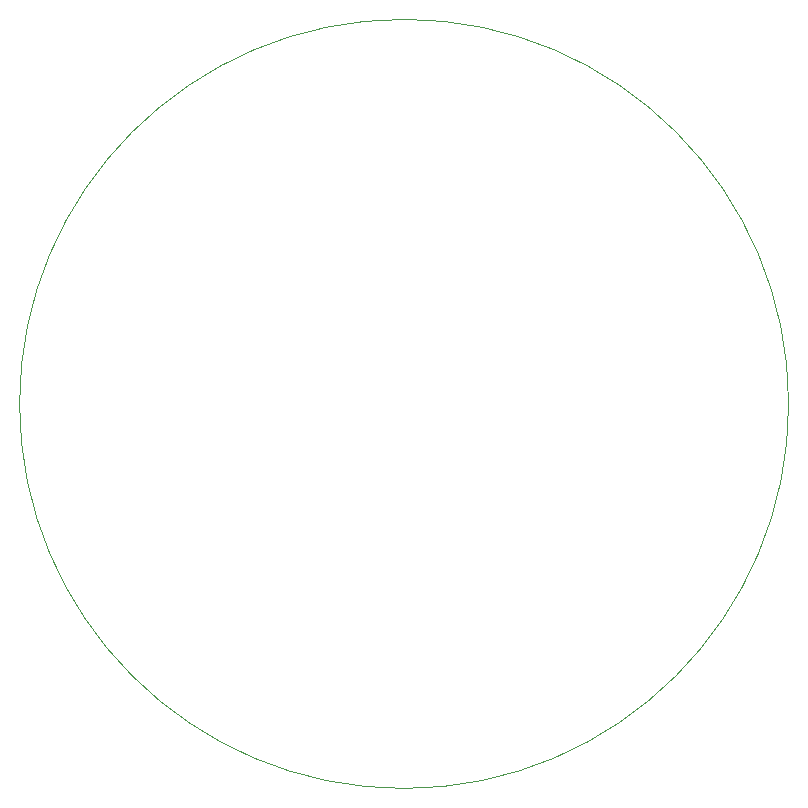
<source format=gbr>
%TF.GenerationSoftware,KiCad,Pcbnew,8.0.7*%
%TF.CreationDate,2025-02-28T09:56:09-08:00*%
%TF.ProjectId,514finalsensor,35313466-696e-4616-9c73-656e736f722e,rev?*%
%TF.SameCoordinates,Original*%
%TF.FileFunction,Profile,NP*%
%FSLAX46Y46*%
G04 Gerber Fmt 4.6, Leading zero omitted, Abs format (unit mm)*
G04 Created by KiCad (PCBNEW 8.0.7) date 2025-02-28 09:56:09*
%MOMM*%
%LPD*%
G01*
G04 APERTURE LIST*
%TA.AperFunction,Profile*%
%ADD10C,0.050000*%
%TD*%
G04 APERTURE END LIST*
D10*
X225000000Y-70000000D02*
G75*
G02*
X159883850Y-70000000I-32558075J0D01*
G01*
X159883850Y-70000000D02*
G75*
G02*
X225000000Y-70000000I32558075J0D01*
G01*
M02*

</source>
